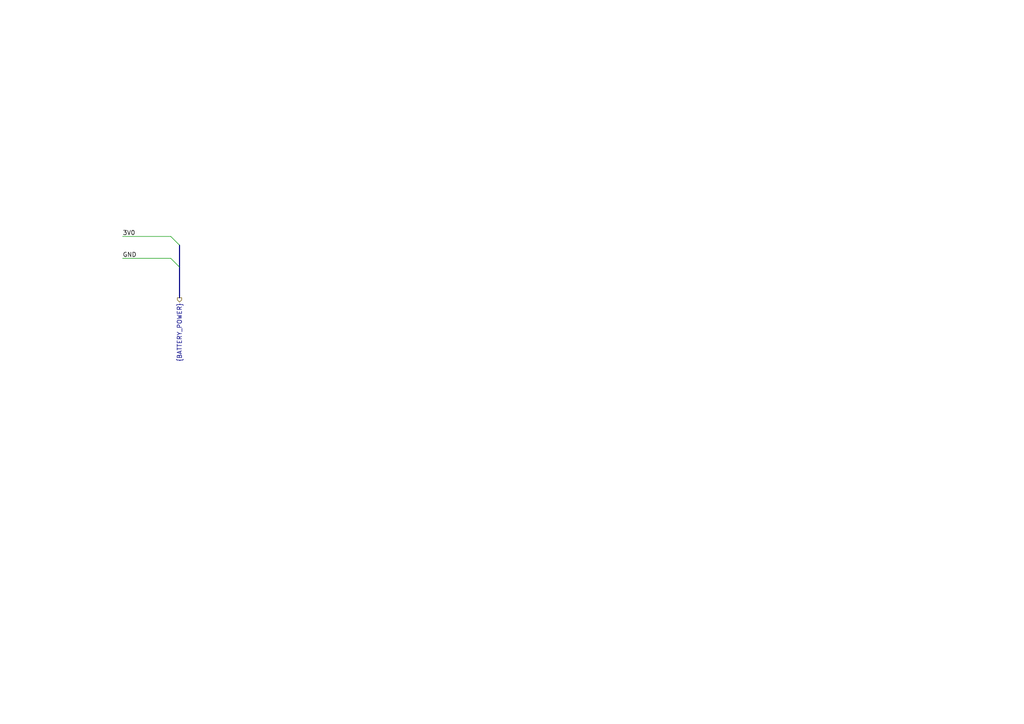
<source format=kicad_sch>
(kicad_sch
	(version 20250114)
	(generator "eeschema")
	(generator_version "9.0")
	(uuid "b9d691b9-ee13-4512-a7bd-9ccd0c692959")
	(paper "A4")
	(lib_symbols)
	(bus_entry
		(at 49.53 68.58)
		(size 2.54 2.54)
		(stroke
			(width 0)
			(type default)
		)
		(uuid "4e81609a-0af1-4bef-b9c8-566b53a7ec24")
	)
	(bus_entry
		(at 49.53 74.93)
		(size 2.54 2.54)
		(stroke
			(width 0)
			(type default)
		)
		(uuid "edd48f57-f5d0-4e5a-a808-5bef829a4794")
	)
	(wire
		(pts
			(xy 35.56 74.93) (xy 49.53 74.93)
		)
		(stroke
			(width 0)
			(type default)
		)
		(uuid "437cf120-4796-4b43-adbe-54aa9dd6f3d7")
	)
	(bus
		(pts
			(xy 52.07 77.47) (xy 52.07 86.36)
		)
		(stroke
			(width 0)
			(type default)
		)
		(uuid "8df8ed64-9461-47c1-878c-689e7f5cf01f")
	)
	(bus
		(pts
			(xy 52.07 71.12) (xy 52.07 77.47)
		)
		(stroke
			(width 0)
			(type default)
		)
		(uuid "a0958608-0232-4444-9652-6f95c91746b5")
	)
	(wire
		(pts
			(xy 35.56 68.58) (xy 49.53 68.58)
		)
		(stroke
			(width 0)
			(type default)
		)
		(uuid "a20bb7f1-6a6a-4672-b2b2-1c1d96ba1040")
	)
	(label "3V0"
		(at 35.56 68.58 0)
		(effects
			(font
				(size 1.27 1.27)
			)
			(justify left bottom)
		)
		(uuid "ca5bfd96-01ec-4b8d-b75e-1eb975edec6c")
	)
	(label "GND"
		(at 35.56 74.93 0)
		(effects
			(font
				(size 1.27 1.27)
			)
			(justify left bottom)
		)
		(uuid "d492bcaf-14e8-4790-a76d-eb33a81511a3")
	)
	(hierarchical_label "{BATTERY_POWER}"
		(shape output)
		(at 52.07 86.36 270)
		(effects
			(font
				(size 1.27 1.27)
			)
			(justify right)
		)
		(uuid "71b46b5e-0b77-4a61-b296-8ea05dc2408e")
	)
)

</source>
